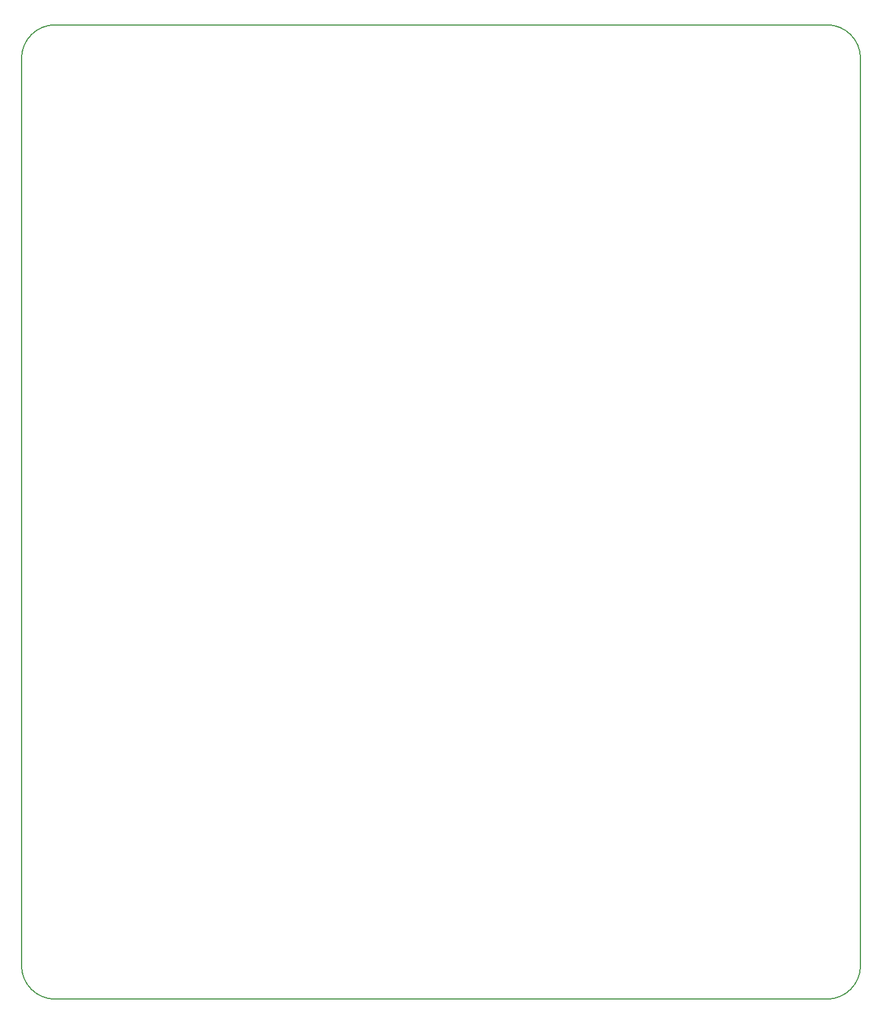
<source format=gbr>
%TF.GenerationSoftware,KiCad,Pcbnew,(6.0.1)*%
%TF.CreationDate,2022-06-06T22:12:23-07:00*%
%TF.ProjectId,MPPT,4d505054-2e6b-4696-9361-645f70636258,3.4.0*%
%TF.SameCoordinates,PX10b1ae8PY9b06478*%
%TF.FileFunction,Profile,NP*%
%FSLAX46Y46*%
G04 Gerber Fmt 4.6, Leading zero omitted, Abs format (unit mm)*
G04 Created by KiCad (PCBNEW (6.0.1)) date 2022-06-06 22:12:23*
%MOMM*%
%LPD*%
G01*
G04 APERTURE LIST*
%TA.AperFunction,Profile*%
%ADD10C,0.150000*%
%TD*%
G04 APERTURE END LIST*
D10*
X137500000Y-17470000D02*
X22500000Y-17470000D01*
X142500000Y-157470000D02*
X142500000Y-22470000D01*
X142500000Y-22470000D02*
G75*
G03*
X137500000Y-17470000I-5000000J0D01*
G01*
X17500000Y-157470000D02*
G75*
G03*
X22500000Y-162470000I4995031J-4969D01*
G01*
X22500000Y-17470000D02*
G75*
G03*
X17500000Y-22470000I-21J-4999979D01*
G01*
X137500000Y-162470000D02*
X22500000Y-162470000D01*
X17500000Y-157470000D02*
X17500000Y-22470000D01*
X137500000Y-162470000D02*
G75*
G03*
X142500000Y-157470000I0J5000000D01*
G01*
M02*

</source>
